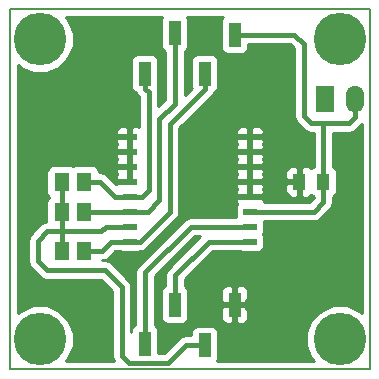
<source format=gbl>
G04 (created by PCBNEW (2013-mar-13)-testing) date Sunday 21 April 2013 10:40:16 PM IST*
%MOIN*%
G04 Gerber Fmt 3.4, Leading zero omitted, Abs format*
%FSLAX34Y34*%
G01*
G70*
G90*
G04 APERTURE LIST*
%ADD10C,0.003*%
%ADD11C,0.005*%
%ADD12R,0.045X0.02*%
%ADD13C,0.175*%
%ADD14R,0.04X0.08*%
%ADD15R,0.06X0.09*%
%ADD16O,0.06X0.09*%
%ADD17R,0.0512X0.059*%
%ADD18R,0.042X0.056*%
%ADD19C,0.05*%
%ADD20C,0.015*%
%ADD21C,0.01*%
G04 APERTURE END LIST*
G54D10*
G54D11*
X10000Y-22000D02*
X10000Y-10000D01*
X22000Y-22000D02*
X10000Y-22000D01*
X22000Y-10000D02*
X22000Y-22000D01*
X10000Y-10000D02*
X22000Y-10000D01*
G54D12*
X14000Y-17750D03*
X14000Y-17250D03*
X14000Y-16750D03*
X14000Y-16250D03*
X14000Y-15750D03*
X14000Y-15250D03*
X14000Y-14750D03*
X14000Y-14250D03*
X18000Y-14250D03*
X18000Y-14750D03*
X18000Y-15250D03*
X18000Y-15750D03*
X18000Y-16250D03*
X18000Y-16750D03*
X18000Y-17250D03*
X18000Y-17750D03*
G54D13*
X21000Y-11000D03*
X11000Y-11000D03*
X11000Y-21000D03*
X21000Y-21000D03*
G54D14*
X17500Y-10850D03*
X16500Y-12150D03*
X15500Y-10800D03*
X14500Y-12150D03*
X14500Y-21150D03*
X15500Y-19850D03*
X16500Y-21200D03*
X17500Y-19850D03*
G54D15*
X20500Y-13000D03*
G54D16*
X21500Y-13000D03*
G54D17*
X11725Y-16750D03*
X12475Y-16750D03*
X11725Y-15750D03*
X12475Y-15750D03*
X11725Y-18050D03*
X12475Y-18050D03*
G54D18*
X20450Y-15750D03*
X19650Y-15750D03*
G54D19*
X14000Y-13300D03*
X18000Y-13300D03*
X18050Y-19850D03*
G54D20*
X12475Y-18050D02*
X13075Y-18050D01*
X13375Y-17750D02*
X14000Y-17750D01*
X13075Y-18050D02*
X13375Y-17750D01*
X16500Y-12150D02*
X16500Y-12650D01*
X14325Y-17750D02*
X14000Y-17750D01*
X15325Y-16750D02*
X14325Y-17750D01*
X15325Y-13825D02*
X15325Y-16750D01*
X16500Y-12650D02*
X15325Y-13825D01*
X20450Y-15750D02*
X20450Y-13800D01*
X20050Y-13800D02*
X20450Y-13800D01*
X19800Y-13550D02*
X20050Y-13800D01*
X19800Y-11175D02*
X19800Y-13550D01*
X19475Y-10850D02*
X19800Y-11175D01*
X17500Y-10850D02*
X19475Y-10850D01*
X20450Y-13800D02*
X21300Y-13800D01*
X21300Y-13800D02*
X21500Y-13600D01*
X21500Y-13600D02*
X21500Y-13000D01*
X18000Y-16750D02*
X20125Y-16750D01*
X20450Y-16425D02*
X20450Y-15750D01*
X20125Y-16750D02*
X20450Y-16425D01*
X14000Y-16250D02*
X14400Y-16250D01*
X14500Y-12650D02*
X14500Y-12150D01*
X14625Y-12775D02*
X14500Y-12650D01*
X14625Y-16025D02*
X14625Y-12775D01*
X14400Y-16250D02*
X14625Y-16025D01*
X14000Y-16250D02*
X13500Y-16250D01*
X13000Y-15750D02*
X12475Y-15750D01*
X13500Y-16250D02*
X13000Y-15750D01*
X15500Y-19850D02*
X15500Y-18875D01*
X16625Y-17750D02*
X18000Y-17750D01*
X15500Y-18875D02*
X16625Y-17750D01*
X14500Y-21150D02*
X14500Y-18775D01*
X16025Y-17250D02*
X18000Y-17250D01*
X14500Y-18775D02*
X16025Y-17250D01*
X14000Y-16750D02*
X14600Y-16750D01*
X15500Y-13150D02*
X15500Y-10800D01*
X14975Y-13675D02*
X15500Y-13150D01*
X14975Y-16375D02*
X14975Y-13675D01*
X14600Y-16750D02*
X14975Y-16375D01*
X14000Y-16750D02*
X12475Y-16750D01*
X13725Y-21550D02*
X13725Y-19250D01*
X11225Y-18700D02*
X10925Y-18400D01*
X13175Y-18700D02*
X11225Y-18700D01*
X13725Y-19250D02*
X13175Y-18700D01*
X11725Y-17400D02*
X11250Y-17400D01*
X11250Y-17400D02*
X10925Y-17725D01*
X14000Y-17250D02*
X13200Y-17250D01*
X13050Y-17400D02*
X11725Y-17400D01*
X13200Y-17250D02*
X13050Y-17400D01*
X11725Y-16750D02*
X11725Y-17400D01*
X11725Y-17400D02*
X11725Y-18050D01*
X16500Y-21200D02*
X15875Y-21200D01*
X15875Y-21200D02*
X15275Y-21800D01*
X15275Y-21800D02*
X13975Y-21800D01*
X13975Y-21800D02*
X13725Y-21550D01*
X10925Y-18400D02*
X10925Y-17725D01*
X11725Y-15750D02*
X11725Y-16750D01*
X14000Y-14250D02*
X14000Y-13300D01*
X18000Y-14250D02*
X18000Y-13300D01*
X17500Y-19850D02*
X18050Y-19850D01*
X18000Y-15750D02*
X19650Y-15750D01*
X18000Y-15750D02*
X18000Y-16250D01*
X18000Y-15250D02*
X18000Y-15750D01*
X18000Y-14750D02*
X18000Y-15250D01*
X18000Y-14250D02*
X18000Y-14750D01*
X14000Y-14750D02*
X14000Y-14250D01*
X14000Y-15250D02*
X14000Y-14750D01*
X14000Y-15750D02*
X14000Y-15250D01*
G54D10*
G36*
X15175Y-13015D02*
X14950Y-13240D01*
X14950Y-12775D01*
X14949Y-12774D01*
X14950Y-12774D01*
X14945Y-12750D01*
X14926Y-12656D01*
X14949Y-12599D01*
X14950Y-12500D01*
X14950Y-11700D01*
X14912Y-11608D01*
X14841Y-11538D01*
X14749Y-11500D01*
X14650Y-11499D01*
X14250Y-11499D01*
X14158Y-11537D01*
X14088Y-11608D01*
X14050Y-11700D01*
X14049Y-11799D01*
X14049Y-12599D01*
X14087Y-12691D01*
X14158Y-12761D01*
X14204Y-12780D01*
X14204Y-12780D01*
X14270Y-12879D01*
X14300Y-12909D01*
X14300Y-13910D01*
X14274Y-13900D01*
X14175Y-13899D01*
X14112Y-13900D01*
X14050Y-13962D01*
X14050Y-14200D01*
X14057Y-14200D01*
X14057Y-14300D01*
X14050Y-14300D01*
X14050Y-14462D01*
X14050Y-14537D01*
X14050Y-14700D01*
X14057Y-14700D01*
X14057Y-14800D01*
X14050Y-14800D01*
X14050Y-14962D01*
X14050Y-15037D01*
X14050Y-15200D01*
X14057Y-15200D01*
X14057Y-15300D01*
X14050Y-15300D01*
X14050Y-15462D01*
X14050Y-15537D01*
X14050Y-15700D01*
X14057Y-15700D01*
X14057Y-15800D01*
X14050Y-15800D01*
X14050Y-15807D01*
X13950Y-15807D01*
X13950Y-15800D01*
X13950Y-15700D01*
X13950Y-15537D01*
X13950Y-15462D01*
X13950Y-15300D01*
X13950Y-15200D01*
X13950Y-15037D01*
X13950Y-14962D01*
X13950Y-14800D01*
X13950Y-14700D01*
X13950Y-14537D01*
X13950Y-14462D01*
X13950Y-14300D01*
X13950Y-14200D01*
X13950Y-13962D01*
X13887Y-13900D01*
X13824Y-13899D01*
X13725Y-13900D01*
X13633Y-13938D01*
X13562Y-14008D01*
X13524Y-14100D01*
X13525Y-14137D01*
X13587Y-14200D01*
X13950Y-14200D01*
X13950Y-14300D01*
X13587Y-14300D01*
X13525Y-14362D01*
X13524Y-14399D01*
X13562Y-14491D01*
X13571Y-14500D01*
X13562Y-14508D01*
X13524Y-14600D01*
X13525Y-14637D01*
X13587Y-14700D01*
X13950Y-14700D01*
X13950Y-14800D01*
X13587Y-14800D01*
X13525Y-14862D01*
X13524Y-14899D01*
X13562Y-14991D01*
X13571Y-15000D01*
X13562Y-15008D01*
X13524Y-15100D01*
X13525Y-15137D01*
X13587Y-15200D01*
X13950Y-15200D01*
X13950Y-15300D01*
X13587Y-15300D01*
X13525Y-15362D01*
X13524Y-15399D01*
X13562Y-15491D01*
X13571Y-15500D01*
X13562Y-15508D01*
X13524Y-15600D01*
X13525Y-15637D01*
X13587Y-15700D01*
X13950Y-15700D01*
X13950Y-15800D01*
X13587Y-15800D01*
X13548Y-15838D01*
X13229Y-15520D01*
X13124Y-15449D01*
X13000Y-15425D01*
X12981Y-15425D01*
X12981Y-15405D01*
X12943Y-15313D01*
X12872Y-15243D01*
X12780Y-15205D01*
X12681Y-15204D01*
X12169Y-15204D01*
X12099Y-15233D01*
X12030Y-15205D01*
X11931Y-15204D01*
X11419Y-15204D01*
X11327Y-15242D01*
X11257Y-15313D01*
X11219Y-15405D01*
X11218Y-15504D01*
X11218Y-16094D01*
X11256Y-16186D01*
X11320Y-16250D01*
X11257Y-16313D01*
X11219Y-16405D01*
X11218Y-16504D01*
X11218Y-17081D01*
X11125Y-17099D01*
X11083Y-17127D01*
X11020Y-17170D01*
X11020Y-17170D01*
X10695Y-17495D01*
X10624Y-17600D01*
X10600Y-17725D01*
X10600Y-18400D01*
X10624Y-18524D01*
X10695Y-18629D01*
X10995Y-18929D01*
X10995Y-18929D01*
X11100Y-19000D01*
X11100Y-19000D01*
X11200Y-19020D01*
X11224Y-19025D01*
X11224Y-19024D01*
X11225Y-19025D01*
X13040Y-19025D01*
X13400Y-19384D01*
X13400Y-21550D01*
X13424Y-21674D01*
X13458Y-21725D01*
X11866Y-21725D01*
X11953Y-21638D01*
X12124Y-21224D01*
X12125Y-20777D01*
X11954Y-20363D01*
X11638Y-20046D01*
X11224Y-19875D01*
X10777Y-19874D01*
X10363Y-20045D01*
X10275Y-20134D01*
X10275Y-11866D01*
X10361Y-11953D01*
X10775Y-12124D01*
X11222Y-12125D01*
X11636Y-11954D01*
X11953Y-11638D01*
X12124Y-11224D01*
X12125Y-10777D01*
X11954Y-10363D01*
X11865Y-10275D01*
X15081Y-10275D01*
X15050Y-10350D01*
X15049Y-10449D01*
X15049Y-11249D01*
X15087Y-11341D01*
X15158Y-11411D01*
X15175Y-11418D01*
X15175Y-13015D01*
X15175Y-13015D01*
G37*
G54D21*
X15175Y-13015D02*
X14950Y-13240D01*
X14950Y-12775D01*
X14949Y-12774D01*
X14950Y-12774D01*
X14945Y-12750D01*
X14926Y-12656D01*
X14949Y-12599D01*
X14950Y-12500D01*
X14950Y-11700D01*
X14912Y-11608D01*
X14841Y-11538D01*
X14749Y-11500D01*
X14650Y-11499D01*
X14250Y-11499D01*
X14158Y-11537D01*
X14088Y-11608D01*
X14050Y-11700D01*
X14049Y-11799D01*
X14049Y-12599D01*
X14087Y-12691D01*
X14158Y-12761D01*
X14204Y-12780D01*
X14204Y-12780D01*
X14270Y-12879D01*
X14300Y-12909D01*
X14300Y-13910D01*
X14274Y-13900D01*
X14175Y-13899D01*
X14112Y-13900D01*
X14050Y-13962D01*
X14050Y-14200D01*
X14057Y-14200D01*
X14057Y-14300D01*
X14050Y-14300D01*
X14050Y-14462D01*
X14050Y-14537D01*
X14050Y-14700D01*
X14057Y-14700D01*
X14057Y-14800D01*
X14050Y-14800D01*
X14050Y-14962D01*
X14050Y-15037D01*
X14050Y-15200D01*
X14057Y-15200D01*
X14057Y-15300D01*
X14050Y-15300D01*
X14050Y-15462D01*
X14050Y-15537D01*
X14050Y-15700D01*
X14057Y-15700D01*
X14057Y-15800D01*
X14050Y-15800D01*
X14050Y-15807D01*
X13950Y-15807D01*
X13950Y-15800D01*
X13950Y-15700D01*
X13950Y-15537D01*
X13950Y-15462D01*
X13950Y-15300D01*
X13950Y-15200D01*
X13950Y-15037D01*
X13950Y-14962D01*
X13950Y-14800D01*
X13950Y-14700D01*
X13950Y-14537D01*
X13950Y-14462D01*
X13950Y-14300D01*
X13950Y-14200D01*
X13950Y-13962D01*
X13887Y-13900D01*
X13824Y-13899D01*
X13725Y-13900D01*
X13633Y-13938D01*
X13562Y-14008D01*
X13524Y-14100D01*
X13525Y-14137D01*
X13587Y-14200D01*
X13950Y-14200D01*
X13950Y-14300D01*
X13587Y-14300D01*
X13525Y-14362D01*
X13524Y-14399D01*
X13562Y-14491D01*
X13571Y-14500D01*
X13562Y-14508D01*
X13524Y-14600D01*
X13525Y-14637D01*
X13587Y-14700D01*
X13950Y-14700D01*
X13950Y-14800D01*
X13587Y-14800D01*
X13525Y-14862D01*
X13524Y-14899D01*
X13562Y-14991D01*
X13571Y-15000D01*
X13562Y-15008D01*
X13524Y-15100D01*
X13525Y-15137D01*
X13587Y-15200D01*
X13950Y-15200D01*
X13950Y-15300D01*
X13587Y-15300D01*
X13525Y-15362D01*
X13524Y-15399D01*
X13562Y-15491D01*
X13571Y-15500D01*
X13562Y-15508D01*
X13524Y-15600D01*
X13525Y-15637D01*
X13587Y-15700D01*
X13950Y-15700D01*
X13950Y-15800D01*
X13587Y-15800D01*
X13548Y-15838D01*
X13229Y-15520D01*
X13124Y-15449D01*
X13000Y-15425D01*
X12981Y-15425D01*
X12981Y-15405D01*
X12943Y-15313D01*
X12872Y-15243D01*
X12780Y-15205D01*
X12681Y-15204D01*
X12169Y-15204D01*
X12099Y-15233D01*
X12030Y-15205D01*
X11931Y-15204D01*
X11419Y-15204D01*
X11327Y-15242D01*
X11257Y-15313D01*
X11219Y-15405D01*
X11218Y-15504D01*
X11218Y-16094D01*
X11256Y-16186D01*
X11320Y-16250D01*
X11257Y-16313D01*
X11219Y-16405D01*
X11218Y-16504D01*
X11218Y-17081D01*
X11125Y-17099D01*
X11083Y-17127D01*
X11020Y-17170D01*
X11020Y-17170D01*
X10695Y-17495D01*
X10624Y-17600D01*
X10600Y-17725D01*
X10600Y-18400D01*
X10624Y-18524D01*
X10695Y-18629D01*
X10995Y-18929D01*
X10995Y-18929D01*
X11100Y-19000D01*
X11100Y-19000D01*
X11200Y-19020D01*
X11224Y-19025D01*
X11224Y-19024D01*
X11225Y-19025D01*
X13040Y-19025D01*
X13400Y-19384D01*
X13400Y-21550D01*
X13424Y-21674D01*
X13458Y-21725D01*
X11866Y-21725D01*
X11953Y-21638D01*
X12124Y-21224D01*
X12125Y-20777D01*
X11954Y-20363D01*
X11638Y-20046D01*
X11224Y-19875D01*
X10777Y-19874D01*
X10363Y-20045D01*
X10275Y-20134D01*
X10275Y-11866D01*
X10361Y-11953D01*
X10775Y-12124D01*
X11222Y-12125D01*
X11636Y-11954D01*
X11953Y-11638D01*
X12124Y-11224D01*
X12125Y-10777D01*
X11954Y-10363D01*
X11865Y-10275D01*
X15081Y-10275D01*
X15050Y-10350D01*
X15049Y-10449D01*
X15049Y-11249D01*
X15087Y-11341D01*
X15158Y-11411D01*
X15175Y-11418D01*
X15175Y-13015D01*
G54D10*
G36*
X20125Y-16290D02*
X19990Y-16425D01*
X19600Y-16425D01*
X19600Y-16217D01*
X19600Y-15800D01*
X19600Y-15700D01*
X19600Y-15282D01*
X19537Y-15220D01*
X19390Y-15219D01*
X19298Y-15257D01*
X19228Y-15328D01*
X19190Y-15420D01*
X19189Y-15519D01*
X19190Y-15637D01*
X19252Y-15700D01*
X19600Y-15700D01*
X19600Y-15800D01*
X19252Y-15800D01*
X19190Y-15862D01*
X19189Y-15980D01*
X19190Y-16079D01*
X19228Y-16171D01*
X19298Y-16242D01*
X19390Y-16280D01*
X19537Y-16280D01*
X19600Y-16217D01*
X19600Y-16425D01*
X18464Y-16425D01*
X18475Y-16399D01*
X18475Y-16100D01*
X18437Y-16008D01*
X18428Y-16000D01*
X18437Y-15991D01*
X18475Y-15899D01*
X18475Y-15600D01*
X18437Y-15508D01*
X18428Y-15500D01*
X18437Y-15491D01*
X18475Y-15399D01*
X18475Y-15100D01*
X18437Y-15008D01*
X18428Y-15000D01*
X18437Y-14991D01*
X18475Y-14899D01*
X18475Y-14600D01*
X18437Y-14508D01*
X18428Y-14500D01*
X18437Y-14491D01*
X18475Y-14399D01*
X18475Y-14100D01*
X18437Y-14008D01*
X18366Y-13938D01*
X18274Y-13900D01*
X18175Y-13899D01*
X18112Y-13900D01*
X18050Y-13962D01*
X18050Y-14200D01*
X18412Y-14200D01*
X18475Y-14137D01*
X18475Y-14100D01*
X18475Y-14399D01*
X18475Y-14362D01*
X18412Y-14300D01*
X18050Y-14300D01*
X18050Y-14462D01*
X18050Y-14537D01*
X18050Y-14700D01*
X18412Y-14700D01*
X18475Y-14637D01*
X18475Y-14600D01*
X18475Y-14899D01*
X18475Y-14862D01*
X18412Y-14800D01*
X18050Y-14800D01*
X18050Y-14962D01*
X18050Y-15037D01*
X18050Y-15200D01*
X18412Y-15200D01*
X18475Y-15137D01*
X18475Y-15100D01*
X18475Y-15399D01*
X18475Y-15362D01*
X18412Y-15300D01*
X18050Y-15300D01*
X18050Y-15462D01*
X18050Y-15537D01*
X18050Y-15700D01*
X18412Y-15700D01*
X18475Y-15637D01*
X18475Y-15600D01*
X18475Y-15899D01*
X18475Y-15862D01*
X18412Y-15800D01*
X18050Y-15800D01*
X18050Y-15962D01*
X18050Y-16037D01*
X18050Y-16200D01*
X18412Y-16200D01*
X18475Y-16137D01*
X18475Y-16100D01*
X18475Y-16399D01*
X18475Y-16362D01*
X18412Y-16300D01*
X18050Y-16300D01*
X18050Y-16307D01*
X17950Y-16307D01*
X17950Y-16300D01*
X17950Y-16200D01*
X17950Y-16037D01*
X17950Y-15962D01*
X17950Y-15800D01*
X17950Y-15700D01*
X17950Y-15537D01*
X17950Y-15462D01*
X17950Y-15300D01*
X17950Y-15200D01*
X17950Y-15037D01*
X17950Y-14962D01*
X17950Y-14800D01*
X17950Y-14700D01*
X17950Y-14537D01*
X17950Y-14462D01*
X17950Y-14300D01*
X17950Y-14200D01*
X17950Y-13962D01*
X17887Y-13900D01*
X17824Y-13899D01*
X17725Y-13900D01*
X17633Y-13938D01*
X17562Y-14008D01*
X17524Y-14100D01*
X17525Y-14137D01*
X17587Y-14200D01*
X17950Y-14200D01*
X17950Y-14300D01*
X17587Y-14300D01*
X17525Y-14362D01*
X17524Y-14399D01*
X17562Y-14491D01*
X17571Y-14500D01*
X17562Y-14508D01*
X17524Y-14600D01*
X17525Y-14637D01*
X17587Y-14700D01*
X17950Y-14700D01*
X17950Y-14800D01*
X17587Y-14800D01*
X17525Y-14862D01*
X17524Y-14899D01*
X17562Y-14991D01*
X17571Y-15000D01*
X17562Y-15008D01*
X17524Y-15100D01*
X17525Y-15137D01*
X17587Y-15200D01*
X17950Y-15200D01*
X17950Y-15300D01*
X17587Y-15300D01*
X17525Y-15362D01*
X17524Y-15399D01*
X17562Y-15491D01*
X17571Y-15500D01*
X17562Y-15508D01*
X17524Y-15600D01*
X17525Y-15637D01*
X17587Y-15700D01*
X17950Y-15700D01*
X17950Y-15800D01*
X17587Y-15800D01*
X17525Y-15862D01*
X17524Y-15899D01*
X17562Y-15991D01*
X17571Y-16000D01*
X17562Y-16008D01*
X17524Y-16100D01*
X17525Y-16137D01*
X17587Y-16200D01*
X17950Y-16200D01*
X17950Y-16300D01*
X17587Y-16300D01*
X17525Y-16362D01*
X17524Y-16399D01*
X17562Y-16491D01*
X17571Y-16499D01*
X17563Y-16508D01*
X17525Y-16600D01*
X17524Y-16699D01*
X17524Y-16899D01*
X17535Y-16925D01*
X16025Y-16925D01*
X15900Y-16949D01*
X15858Y-16977D01*
X15795Y-17020D01*
X15795Y-17020D01*
X14270Y-18545D01*
X14199Y-18650D01*
X14175Y-18775D01*
X14175Y-20531D01*
X14158Y-20537D01*
X14088Y-20608D01*
X14050Y-20700D01*
X14050Y-20750D01*
X14050Y-19250D01*
X14025Y-19125D01*
X14025Y-19125D01*
X13997Y-19083D01*
X13954Y-19020D01*
X13954Y-19020D01*
X13404Y-18470D01*
X13299Y-18399D01*
X13175Y-18375D01*
X13075Y-18375D01*
X13199Y-18350D01*
X13199Y-18350D01*
X13304Y-18279D01*
X13509Y-18075D01*
X13664Y-18075D01*
X13725Y-18099D01*
X13824Y-18100D01*
X14274Y-18100D01*
X14344Y-18071D01*
X14344Y-18071D01*
X14449Y-18050D01*
X14449Y-18050D01*
X14554Y-17979D01*
X15554Y-16979D01*
X15554Y-16979D01*
X15554Y-16979D01*
X15625Y-16874D01*
X15625Y-16874D01*
X15650Y-16750D01*
X15650Y-13959D01*
X16729Y-12879D01*
X16729Y-12879D01*
X16729Y-12879D01*
X16795Y-12780D01*
X16795Y-12780D01*
X16841Y-12762D01*
X16911Y-12691D01*
X16949Y-12599D01*
X16950Y-12500D01*
X16950Y-11700D01*
X16912Y-11608D01*
X16841Y-11538D01*
X16749Y-11500D01*
X16650Y-11499D01*
X16250Y-11499D01*
X16158Y-11537D01*
X16088Y-11608D01*
X16050Y-11700D01*
X16049Y-11799D01*
X16049Y-12599D01*
X16061Y-12628D01*
X15825Y-12865D01*
X15825Y-11418D01*
X15841Y-11412D01*
X15911Y-11341D01*
X15949Y-11249D01*
X15950Y-11150D01*
X15950Y-10350D01*
X15918Y-10275D01*
X17121Y-10275D01*
X17088Y-10308D01*
X17050Y-10400D01*
X17049Y-10499D01*
X17049Y-11299D01*
X17087Y-11391D01*
X17158Y-11461D01*
X17250Y-11499D01*
X17349Y-11500D01*
X17749Y-11500D01*
X17841Y-11462D01*
X17911Y-11391D01*
X17949Y-11299D01*
X17950Y-11200D01*
X17950Y-11175D01*
X19340Y-11175D01*
X19475Y-11309D01*
X19475Y-13550D01*
X19499Y-13674D01*
X19570Y-13779D01*
X19820Y-14029D01*
X19820Y-14029D01*
X19925Y-14100D01*
X19925Y-14100D01*
X20050Y-14125D01*
X20125Y-14125D01*
X20125Y-15247D01*
X20098Y-15257D01*
X20050Y-15306D01*
X20001Y-15257D01*
X19909Y-15219D01*
X19762Y-15220D01*
X19700Y-15282D01*
X19700Y-15700D01*
X19707Y-15700D01*
X19707Y-15800D01*
X19700Y-15800D01*
X19700Y-16217D01*
X19762Y-16280D01*
X19909Y-16280D01*
X20001Y-16242D01*
X20050Y-16193D01*
X20098Y-16241D01*
X20125Y-16252D01*
X20125Y-16290D01*
X20125Y-16290D01*
G37*
G54D21*
X20125Y-16290D02*
X19990Y-16425D01*
X19600Y-16425D01*
X19600Y-16217D01*
X19600Y-15800D01*
X19600Y-15700D01*
X19600Y-15282D01*
X19537Y-15220D01*
X19390Y-15219D01*
X19298Y-15257D01*
X19228Y-15328D01*
X19190Y-15420D01*
X19189Y-15519D01*
X19190Y-15637D01*
X19252Y-15700D01*
X19600Y-15700D01*
X19600Y-15800D01*
X19252Y-15800D01*
X19190Y-15862D01*
X19189Y-15980D01*
X19190Y-16079D01*
X19228Y-16171D01*
X19298Y-16242D01*
X19390Y-16280D01*
X19537Y-16280D01*
X19600Y-16217D01*
X19600Y-16425D01*
X18464Y-16425D01*
X18475Y-16399D01*
X18475Y-16100D01*
X18437Y-16008D01*
X18428Y-16000D01*
X18437Y-15991D01*
X18475Y-15899D01*
X18475Y-15600D01*
X18437Y-15508D01*
X18428Y-15500D01*
X18437Y-15491D01*
X18475Y-15399D01*
X18475Y-15100D01*
X18437Y-15008D01*
X18428Y-15000D01*
X18437Y-14991D01*
X18475Y-14899D01*
X18475Y-14600D01*
X18437Y-14508D01*
X18428Y-14500D01*
X18437Y-14491D01*
X18475Y-14399D01*
X18475Y-14100D01*
X18437Y-14008D01*
X18366Y-13938D01*
X18274Y-13900D01*
X18175Y-13899D01*
X18112Y-13900D01*
X18050Y-13962D01*
X18050Y-14200D01*
X18412Y-14200D01*
X18475Y-14137D01*
X18475Y-14100D01*
X18475Y-14399D01*
X18475Y-14362D01*
X18412Y-14300D01*
X18050Y-14300D01*
X18050Y-14462D01*
X18050Y-14537D01*
X18050Y-14700D01*
X18412Y-14700D01*
X18475Y-14637D01*
X18475Y-14600D01*
X18475Y-14899D01*
X18475Y-14862D01*
X18412Y-14800D01*
X18050Y-14800D01*
X18050Y-14962D01*
X18050Y-15037D01*
X18050Y-15200D01*
X18412Y-15200D01*
X18475Y-15137D01*
X18475Y-15100D01*
X18475Y-15399D01*
X18475Y-15362D01*
X18412Y-15300D01*
X18050Y-15300D01*
X18050Y-15462D01*
X18050Y-15537D01*
X18050Y-15700D01*
X18412Y-15700D01*
X18475Y-15637D01*
X18475Y-15600D01*
X18475Y-15899D01*
X18475Y-15862D01*
X18412Y-15800D01*
X18050Y-15800D01*
X18050Y-15962D01*
X18050Y-16037D01*
X18050Y-16200D01*
X18412Y-16200D01*
X18475Y-16137D01*
X18475Y-16100D01*
X18475Y-16399D01*
X18475Y-16362D01*
X18412Y-16300D01*
X18050Y-16300D01*
X18050Y-16307D01*
X17950Y-16307D01*
X17950Y-16300D01*
X17950Y-16200D01*
X17950Y-16037D01*
X17950Y-15962D01*
X17950Y-15800D01*
X17950Y-15700D01*
X17950Y-15537D01*
X17950Y-15462D01*
X17950Y-15300D01*
X17950Y-15200D01*
X17950Y-15037D01*
X17950Y-14962D01*
X17950Y-14800D01*
X17950Y-14700D01*
X17950Y-14537D01*
X17950Y-14462D01*
X17950Y-14300D01*
X17950Y-14200D01*
X17950Y-13962D01*
X17887Y-13900D01*
X17824Y-13899D01*
X17725Y-13900D01*
X17633Y-13938D01*
X17562Y-14008D01*
X17524Y-14100D01*
X17525Y-14137D01*
X17587Y-14200D01*
X17950Y-14200D01*
X17950Y-14300D01*
X17587Y-14300D01*
X17525Y-14362D01*
X17524Y-14399D01*
X17562Y-14491D01*
X17571Y-14500D01*
X17562Y-14508D01*
X17524Y-14600D01*
X17525Y-14637D01*
X17587Y-14700D01*
X17950Y-14700D01*
X17950Y-14800D01*
X17587Y-14800D01*
X17525Y-14862D01*
X17524Y-14899D01*
X17562Y-14991D01*
X17571Y-15000D01*
X17562Y-15008D01*
X17524Y-15100D01*
X17525Y-15137D01*
X17587Y-15200D01*
X17950Y-15200D01*
X17950Y-15300D01*
X17587Y-15300D01*
X17525Y-15362D01*
X17524Y-15399D01*
X17562Y-15491D01*
X17571Y-15500D01*
X17562Y-15508D01*
X17524Y-15600D01*
X17525Y-15637D01*
X17587Y-15700D01*
X17950Y-15700D01*
X17950Y-15800D01*
X17587Y-15800D01*
X17525Y-15862D01*
X17524Y-15899D01*
X17562Y-15991D01*
X17571Y-16000D01*
X17562Y-16008D01*
X17524Y-16100D01*
X17525Y-16137D01*
X17587Y-16200D01*
X17950Y-16200D01*
X17950Y-16300D01*
X17587Y-16300D01*
X17525Y-16362D01*
X17524Y-16399D01*
X17562Y-16491D01*
X17571Y-16499D01*
X17563Y-16508D01*
X17525Y-16600D01*
X17524Y-16699D01*
X17524Y-16899D01*
X17535Y-16925D01*
X16025Y-16925D01*
X15900Y-16949D01*
X15858Y-16977D01*
X15795Y-17020D01*
X15795Y-17020D01*
X14270Y-18545D01*
X14199Y-18650D01*
X14175Y-18775D01*
X14175Y-20531D01*
X14158Y-20537D01*
X14088Y-20608D01*
X14050Y-20700D01*
X14050Y-20750D01*
X14050Y-19250D01*
X14025Y-19125D01*
X14025Y-19125D01*
X13997Y-19083D01*
X13954Y-19020D01*
X13954Y-19020D01*
X13404Y-18470D01*
X13299Y-18399D01*
X13175Y-18375D01*
X13075Y-18375D01*
X13199Y-18350D01*
X13199Y-18350D01*
X13304Y-18279D01*
X13509Y-18075D01*
X13664Y-18075D01*
X13725Y-18099D01*
X13824Y-18100D01*
X14274Y-18100D01*
X14344Y-18071D01*
X14344Y-18071D01*
X14449Y-18050D01*
X14449Y-18050D01*
X14554Y-17979D01*
X15554Y-16979D01*
X15554Y-16979D01*
X15554Y-16979D01*
X15625Y-16874D01*
X15625Y-16874D01*
X15650Y-16750D01*
X15650Y-13959D01*
X16729Y-12879D01*
X16729Y-12879D01*
X16729Y-12879D01*
X16795Y-12780D01*
X16795Y-12780D01*
X16841Y-12762D01*
X16911Y-12691D01*
X16949Y-12599D01*
X16950Y-12500D01*
X16950Y-11700D01*
X16912Y-11608D01*
X16841Y-11538D01*
X16749Y-11500D01*
X16650Y-11499D01*
X16250Y-11499D01*
X16158Y-11537D01*
X16088Y-11608D01*
X16050Y-11700D01*
X16049Y-11799D01*
X16049Y-12599D01*
X16061Y-12628D01*
X15825Y-12865D01*
X15825Y-11418D01*
X15841Y-11412D01*
X15911Y-11341D01*
X15949Y-11249D01*
X15950Y-11150D01*
X15950Y-10350D01*
X15918Y-10275D01*
X17121Y-10275D01*
X17088Y-10308D01*
X17050Y-10400D01*
X17049Y-10499D01*
X17049Y-11299D01*
X17087Y-11391D01*
X17158Y-11461D01*
X17250Y-11499D01*
X17349Y-11500D01*
X17749Y-11500D01*
X17841Y-11462D01*
X17911Y-11391D01*
X17949Y-11299D01*
X17950Y-11200D01*
X17950Y-11175D01*
X19340Y-11175D01*
X19475Y-11309D01*
X19475Y-13550D01*
X19499Y-13674D01*
X19570Y-13779D01*
X19820Y-14029D01*
X19820Y-14029D01*
X19925Y-14100D01*
X19925Y-14100D01*
X20050Y-14125D01*
X20125Y-14125D01*
X20125Y-15247D01*
X20098Y-15257D01*
X20050Y-15306D01*
X20001Y-15257D01*
X19909Y-15219D01*
X19762Y-15220D01*
X19700Y-15282D01*
X19700Y-15700D01*
X19707Y-15700D01*
X19707Y-15800D01*
X19700Y-15800D01*
X19700Y-16217D01*
X19762Y-16280D01*
X19909Y-16280D01*
X20001Y-16242D01*
X20050Y-16193D01*
X20098Y-16241D01*
X20125Y-16252D01*
X20125Y-16290D01*
G54D10*
G36*
X21725Y-20133D02*
X21638Y-20046D01*
X21224Y-19875D01*
X20777Y-19874D01*
X20363Y-20045D01*
X20046Y-20361D01*
X19875Y-20775D01*
X19874Y-21222D01*
X20045Y-21636D01*
X20134Y-21725D01*
X17950Y-21725D01*
X17950Y-20200D01*
X17950Y-19499D01*
X17949Y-19400D01*
X17911Y-19308D01*
X17841Y-19237D01*
X17749Y-19199D01*
X17612Y-19200D01*
X17550Y-19262D01*
X17550Y-19800D01*
X17887Y-19800D01*
X17950Y-19737D01*
X17950Y-19499D01*
X17950Y-20200D01*
X17950Y-19962D01*
X17887Y-19900D01*
X17550Y-19900D01*
X17550Y-20437D01*
X17612Y-20500D01*
X17749Y-20500D01*
X17841Y-20462D01*
X17911Y-20391D01*
X17949Y-20299D01*
X17950Y-20200D01*
X17950Y-21725D01*
X17450Y-21725D01*
X17450Y-20437D01*
X17450Y-19900D01*
X17450Y-19800D01*
X17450Y-19262D01*
X17387Y-19200D01*
X17250Y-19199D01*
X17158Y-19237D01*
X17088Y-19308D01*
X17050Y-19400D01*
X17049Y-19499D01*
X17050Y-19737D01*
X17112Y-19800D01*
X17450Y-19800D01*
X17450Y-19900D01*
X17112Y-19900D01*
X17050Y-19962D01*
X17049Y-20200D01*
X17050Y-20299D01*
X17088Y-20391D01*
X17158Y-20462D01*
X17250Y-20500D01*
X17387Y-20500D01*
X17450Y-20437D01*
X17450Y-21725D01*
X16918Y-21725D01*
X16949Y-21649D01*
X16950Y-21550D01*
X16950Y-20750D01*
X16912Y-20658D01*
X16841Y-20588D01*
X16749Y-20550D01*
X16650Y-20549D01*
X16250Y-20549D01*
X16158Y-20587D01*
X16088Y-20658D01*
X16050Y-20750D01*
X16049Y-20849D01*
X16049Y-20875D01*
X15875Y-20875D01*
X15750Y-20899D01*
X15645Y-20970D01*
X15645Y-20970D01*
X15140Y-21475D01*
X14950Y-21475D01*
X14950Y-20700D01*
X14912Y-20608D01*
X14841Y-20538D01*
X14825Y-20531D01*
X14825Y-18909D01*
X16159Y-17575D01*
X16340Y-17575D01*
X15270Y-18645D01*
X15199Y-18750D01*
X15175Y-18875D01*
X15175Y-19231D01*
X15158Y-19237D01*
X15088Y-19308D01*
X15050Y-19400D01*
X15049Y-19499D01*
X15049Y-20299D01*
X15087Y-20391D01*
X15158Y-20461D01*
X15250Y-20499D01*
X15349Y-20500D01*
X15749Y-20500D01*
X15841Y-20462D01*
X15911Y-20391D01*
X15949Y-20299D01*
X15950Y-20200D01*
X15950Y-19400D01*
X15912Y-19308D01*
X15841Y-19238D01*
X15825Y-19231D01*
X15825Y-19009D01*
X16759Y-18075D01*
X17664Y-18075D01*
X17725Y-18099D01*
X17824Y-18100D01*
X18274Y-18100D01*
X18366Y-18062D01*
X18436Y-17991D01*
X18474Y-17899D01*
X18475Y-17800D01*
X18475Y-17600D01*
X18437Y-17508D01*
X18428Y-17500D01*
X18436Y-17491D01*
X18474Y-17399D01*
X18475Y-17300D01*
X18475Y-17100D01*
X18464Y-17075D01*
X20125Y-17075D01*
X20249Y-17050D01*
X20249Y-17050D01*
X20354Y-16979D01*
X20679Y-16654D01*
X20679Y-16654D01*
X20679Y-16654D01*
X20722Y-16591D01*
X20750Y-16549D01*
X20750Y-16549D01*
X20775Y-16425D01*
X20775Y-16252D01*
X20801Y-16242D01*
X20871Y-16171D01*
X20909Y-16079D01*
X20910Y-15980D01*
X20910Y-15420D01*
X20872Y-15328D01*
X20801Y-15258D01*
X20775Y-15247D01*
X20775Y-14125D01*
X21300Y-14125D01*
X21424Y-14100D01*
X21424Y-14100D01*
X21529Y-14029D01*
X21725Y-13834D01*
X21725Y-20133D01*
X21725Y-20133D01*
G37*
G54D21*
X21725Y-20133D02*
X21638Y-20046D01*
X21224Y-19875D01*
X20777Y-19874D01*
X20363Y-20045D01*
X20046Y-20361D01*
X19875Y-20775D01*
X19874Y-21222D01*
X20045Y-21636D01*
X20134Y-21725D01*
X17950Y-21725D01*
X17950Y-20200D01*
X17950Y-19499D01*
X17949Y-19400D01*
X17911Y-19308D01*
X17841Y-19237D01*
X17749Y-19199D01*
X17612Y-19200D01*
X17550Y-19262D01*
X17550Y-19800D01*
X17887Y-19800D01*
X17950Y-19737D01*
X17950Y-19499D01*
X17950Y-20200D01*
X17950Y-19962D01*
X17887Y-19900D01*
X17550Y-19900D01*
X17550Y-20437D01*
X17612Y-20500D01*
X17749Y-20500D01*
X17841Y-20462D01*
X17911Y-20391D01*
X17949Y-20299D01*
X17950Y-20200D01*
X17950Y-21725D01*
X17450Y-21725D01*
X17450Y-20437D01*
X17450Y-19900D01*
X17450Y-19800D01*
X17450Y-19262D01*
X17387Y-19200D01*
X17250Y-19199D01*
X17158Y-19237D01*
X17088Y-19308D01*
X17050Y-19400D01*
X17049Y-19499D01*
X17050Y-19737D01*
X17112Y-19800D01*
X17450Y-19800D01*
X17450Y-19900D01*
X17112Y-19900D01*
X17050Y-19962D01*
X17049Y-20200D01*
X17050Y-20299D01*
X17088Y-20391D01*
X17158Y-20462D01*
X17250Y-20500D01*
X17387Y-20500D01*
X17450Y-20437D01*
X17450Y-21725D01*
X16918Y-21725D01*
X16949Y-21649D01*
X16950Y-21550D01*
X16950Y-20750D01*
X16912Y-20658D01*
X16841Y-20588D01*
X16749Y-20550D01*
X16650Y-20549D01*
X16250Y-20549D01*
X16158Y-20587D01*
X16088Y-20658D01*
X16050Y-20750D01*
X16049Y-20849D01*
X16049Y-20875D01*
X15875Y-20875D01*
X15750Y-20899D01*
X15645Y-20970D01*
X15645Y-20970D01*
X15140Y-21475D01*
X14950Y-21475D01*
X14950Y-20700D01*
X14912Y-20608D01*
X14841Y-20538D01*
X14825Y-20531D01*
X14825Y-18909D01*
X16159Y-17575D01*
X16340Y-17575D01*
X15270Y-18645D01*
X15199Y-18750D01*
X15175Y-18875D01*
X15175Y-19231D01*
X15158Y-19237D01*
X15088Y-19308D01*
X15050Y-19400D01*
X15049Y-19499D01*
X15049Y-20299D01*
X15087Y-20391D01*
X15158Y-20461D01*
X15250Y-20499D01*
X15349Y-20500D01*
X15749Y-20500D01*
X15841Y-20462D01*
X15911Y-20391D01*
X15949Y-20299D01*
X15950Y-20200D01*
X15950Y-19400D01*
X15912Y-19308D01*
X15841Y-19238D01*
X15825Y-19231D01*
X15825Y-19009D01*
X16759Y-18075D01*
X17664Y-18075D01*
X17725Y-18099D01*
X17824Y-18100D01*
X18274Y-18100D01*
X18366Y-18062D01*
X18436Y-17991D01*
X18474Y-17899D01*
X18475Y-17800D01*
X18475Y-17600D01*
X18437Y-17508D01*
X18428Y-17500D01*
X18436Y-17491D01*
X18474Y-17399D01*
X18475Y-17300D01*
X18475Y-17100D01*
X18464Y-17075D01*
X20125Y-17075D01*
X20249Y-17050D01*
X20249Y-17050D01*
X20354Y-16979D01*
X20679Y-16654D01*
X20679Y-16654D01*
X20679Y-16654D01*
X20722Y-16591D01*
X20750Y-16549D01*
X20750Y-16549D01*
X20775Y-16425D01*
X20775Y-16252D01*
X20801Y-16242D01*
X20871Y-16171D01*
X20909Y-16079D01*
X20910Y-15980D01*
X20910Y-15420D01*
X20872Y-15328D01*
X20801Y-15258D01*
X20775Y-15247D01*
X20775Y-14125D01*
X21300Y-14125D01*
X21424Y-14100D01*
X21424Y-14100D01*
X21529Y-14029D01*
X21725Y-13834D01*
X21725Y-20133D01*
M02*

</source>
